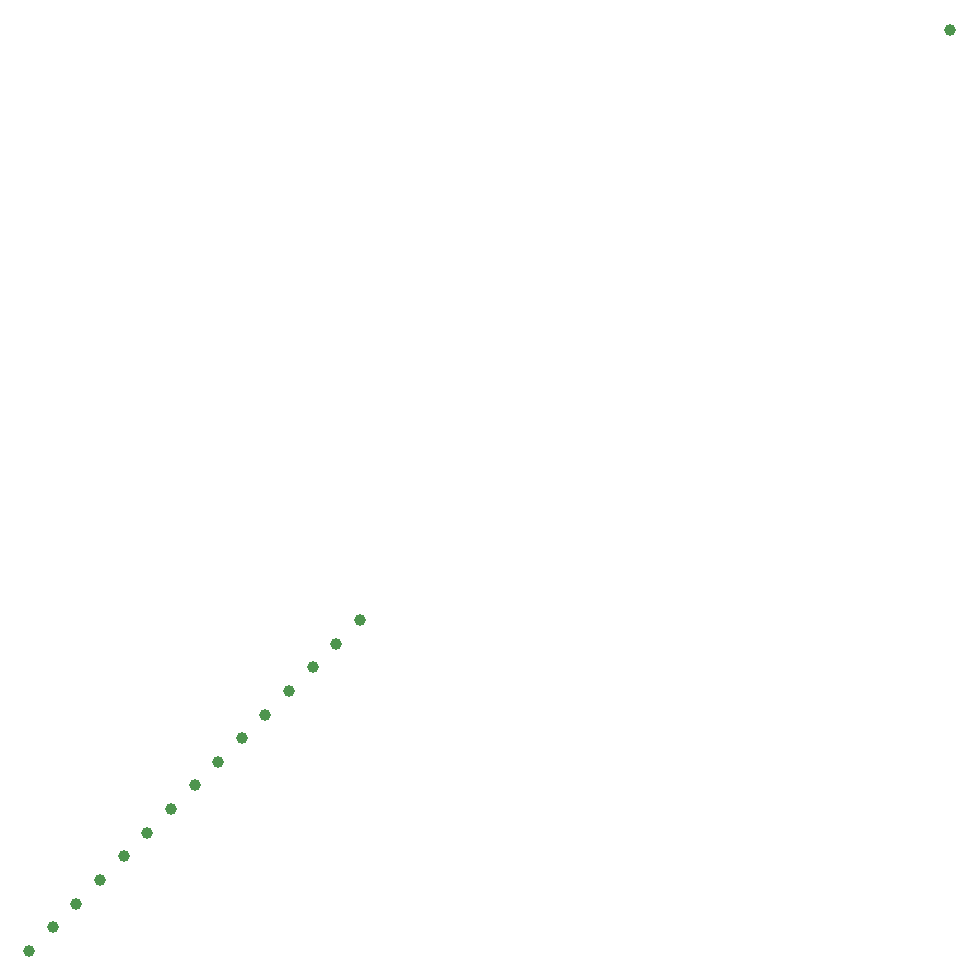
<source format=gbr>
G04 Examples for testing time performance of Gerber parsers*
%FSLAX26Y26*%
%MOMM*%
%ADD10C,1*%
%LPD*%
D10*
X0Y0D03*
X78000000Y78000000D03*
X2000000Y2000000D03*
X4000000Y4000000D03*
X6000000Y6000000D03*
X8000000Y8000000D03*
X10000000Y10000000D03*
X12000000Y12000000D03*
X14000000Y14000000D03*
X16000000Y16000000D03*
X18000000Y18000000D03*
X20000000Y20000000D03*
X22000000Y22000000D03*
X24000000Y24000000D03*
X26000000Y26000000D03*
X28000000Y28000000D03*
M02*

</source>
